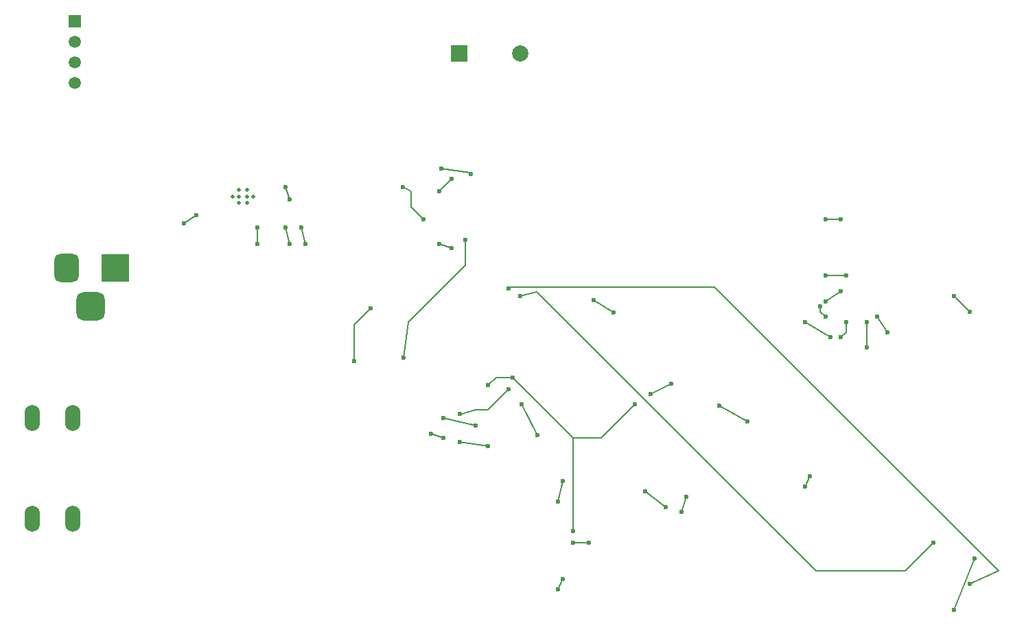
<source format=gbr>
%TF.GenerationSoftware,KiCad,Pcbnew,9.0.0*%
%TF.CreationDate,2025-04-03T13:22:32+05:30*%
%TF.ProjectId,Air Quality Monitor,41697220-5175-4616-9c69-7479204d6f6e,rev?*%
%TF.SameCoordinates,Original*%
%TF.FileFunction,Copper,L2,Bot*%
%TF.FilePolarity,Positive*%
%FSLAX46Y46*%
G04 Gerber Fmt 4.6, Leading zero omitted, Abs format (unit mm)*
G04 Created by KiCad (PCBNEW 9.0.0) date 2025-04-03 13:22:32*
%MOMM*%
%LPD*%
G01*
G04 APERTURE LIST*
G04 Aperture macros list*
%AMRoundRect*
0 Rectangle with rounded corners*
0 $1 Rounding radius*
0 $2 $3 $4 $5 $6 $7 $8 $9 X,Y pos of 4 corners*
0 Add a 4 corners polygon primitive as box body*
4,1,4,$2,$3,$4,$5,$6,$7,$8,$9,$2,$3,0*
0 Add four circle primitives for the rounded corners*
1,1,$1+$1,$2,$3*
1,1,$1+$1,$4,$5*
1,1,$1+$1,$6,$7*
1,1,$1+$1,$8,$9*
0 Add four rect primitives between the rounded corners*
20,1,$1+$1,$2,$3,$4,$5,0*
20,1,$1+$1,$4,$5,$6,$7,0*
20,1,$1+$1,$6,$7,$8,$9,0*
20,1,$1+$1,$8,$9,$2,$3,0*%
G04 Aperture macros list end*
%TA.AperFunction,Conductor*%
%ADD10C,0.200000*%
%TD*%
%TA.AperFunction,ComponentPad*%
%ADD11O,1.900000X3.200000*%
%TD*%
%TA.AperFunction,ComponentPad*%
%ADD12C,0.500000*%
%TD*%
%TA.AperFunction,ComponentPad*%
%ADD13R,1.500000X1.500000*%
%TD*%
%TA.AperFunction,ComponentPad*%
%ADD14C,1.500000*%
%TD*%
%TA.AperFunction,ComponentPad*%
%ADD15R,2.000000X2.000000*%
%TD*%
%TA.AperFunction,ComponentPad*%
%ADD16C,2.000000*%
%TD*%
%TA.AperFunction,ComponentPad*%
%ADD17R,3.500000X3.500000*%
%TD*%
%TA.AperFunction,ComponentPad*%
%ADD18RoundRect,0.750000X-0.750000X-1.000000X0.750000X-1.000000X0.750000X1.000000X-0.750000X1.000000X0*%
%TD*%
%TA.AperFunction,ComponentPad*%
%ADD19RoundRect,0.875000X-0.875000X-0.875000X0.875000X-0.875000X0.875000X0.875000X-0.875000X0.875000X0*%
%TD*%
%TA.AperFunction,ViaPad*%
%ADD20C,0.600000*%
%TD*%
G04 APERTURE END LIST*
D10*
%TO.N,+3.3V*%
X200025000Y-126365000D02*
X197485000Y-132715000D01*
%TO.N,/10*%
X136500000Y-112000000D02*
X140000000Y-112500000D01*
%TO.N,/12*%
X179705000Y-116205000D02*
X179070000Y-117475000D01*
%TO.N,GND*%
X104000000Y-84000000D02*
X102500000Y-85000000D01*
%TO.N,/38*%
X199390000Y-129540000D02*
X203000000Y-127932900D01*
%TO.N,GND*%
X137160000Y-88265000D02*
X137160000Y-86995000D01*
X183515000Y-93345000D02*
X181610000Y-94615000D01*
X197485000Y-93980000D02*
X199390000Y-95885000D01*
%TO.N,+3.3V*%
X179070000Y-97155000D02*
X182245000Y-99060000D01*
%TO.N,/10*%
X133000000Y-111000000D02*
X134500000Y-111500000D01*
%TO.N,/36*%
X134000000Y-87500000D02*
X135500000Y-88000000D01*
%TO.N,/12*%
X186690000Y-97155000D02*
X186690000Y-100330000D01*
%TO.N,GND*%
X144145000Y-107315000D02*
X146050000Y-111125000D01*
X137750000Y-78750000D02*
X134250000Y-78250000D01*
%TO.N,/37*%
X144000000Y-94000000D02*
X146000000Y-93500000D01*
%TO.N,/33*%
X168500000Y-107500000D02*
X172000000Y-109500000D01*
%TO.N,/19*%
X138500000Y-108000000D02*
X136500000Y-108600000D01*
%TO.N,/13*%
X148590000Y-130175000D02*
X149225000Y-128905000D01*
%TO.N,/4*%
X115500000Y-82000000D02*
X115000000Y-80500000D01*
%TO.N,+3.3V*%
X150495000Y-124460000D02*
X152400000Y-124460000D01*
%TO.N,/11*%
X163830000Y-120650000D02*
X164465000Y-118745000D01*
%TO.N,/6*%
X111500000Y-85500000D02*
X111500000Y-87500000D01*
%TO.N,GND*%
X129540000Y-101600000D02*
X130175000Y-97155000D01*
%TO.N,/5*%
X115000000Y-85500000D02*
X115500000Y-87500000D01*
%TO.N,/34*%
X181610000Y-91440000D02*
X184150000Y-91440000D01*
%TO.N,/LED*%
X155500000Y-96000000D02*
X153000000Y-94500000D01*
%TO.N,/35*%
X181610000Y-84455000D02*
X183515000Y-84455000D01*
%TO.N,/11*%
X189230000Y-98425000D02*
X187960000Y-96520000D01*
%TO.N,+3.3V*%
X160020000Y-106045000D02*
X162560000Y-104775000D01*
%TO.N,/11*%
X134500000Y-109000000D02*
X138500000Y-110000000D01*
%TO.N,/4*%
X117500000Y-87500000D02*
X117000000Y-85500000D01*
%TO.N,GND*%
X149225000Y-116840000D02*
X148590000Y-119380000D01*
%TO.N,/36*%
X129500000Y-80500000D02*
X130500000Y-81000000D01*
%TO.N,/11*%
X159385000Y-118110000D02*
X161925000Y-120015000D01*
%TD*%
D11*
%TO.P,SW1,1,1*%
%TO.N,GND*%
X83750000Y-121500000D03*
X83750000Y-109000000D03*
%TO.P,SW1,2,2*%
%TO.N,/19*%
X88750000Y-121500000D03*
X88750000Y-109000000D03*
%TD*%
D12*
%TO.P,U7,21,GND*%
%TO.N,GND*%
X109225000Y-82425000D03*
X110275000Y-82425000D03*
X108475000Y-81650000D03*
X109225000Y-81650000D03*
X110275000Y-81650000D03*
X111025000Y-81650000D03*
X109225000Y-80875000D03*
X110275000Y-80875000D03*
%TD*%
D13*
%TO.P,U10,1,VDD*%
%TO.N,+3.3V*%
X89000000Y-60000000D03*
D14*
%TO.P,U10,2,DATA*%
%TO.N,/36*%
X89000000Y-62540000D03*
%TO.P,U10,3,NC*%
%TO.N,unconnected-(U10-NC-Pad3)*%
X89000000Y-65080000D03*
%TO.P,U10,4,GND*%
%TO.N,GND*%
X89000000Y-67620000D03*
%TD*%
D15*
%TO.P,BZ1,1,+*%
%TO.N,+3.3V*%
X136400000Y-64000000D03*
D16*
%TO.P,BZ1,2,-*%
%TO.N,/18*%
X144000000Y-64000000D03*
%TD*%
D17*
%TO.P,J3,1*%
%TO.N,+12V*%
X94000000Y-90500000D03*
D18*
%TO.P,J3,2*%
%TO.N,GND*%
X88000000Y-90500000D03*
D19*
%TO.P,J3,3*%
%TO.N,N/C*%
X91000000Y-95200000D03*
%TD*%
D20*
%TO.N,+3.3V*%
X197485000Y-132715000D03*
X200025000Y-126365000D03*
X158115000Y-107315000D03*
X162560000Y-104775000D03*
X143000000Y-104000000D03*
X160020000Y-106045000D03*
X140000000Y-105000000D03*
X150500000Y-123000000D03*
X152400000Y-124460000D03*
X182245000Y-99060000D03*
X179070000Y-97155000D03*
X150495000Y-124460000D03*
%TO.N,/LED*%
X155500000Y-96000000D03*
X153000000Y-94500000D03*
%TO.N,/38*%
X199390000Y-129540000D03*
X142500000Y-93000000D03*
%TO.N,GND*%
X129540000Y-101600000D03*
X144145000Y-107315000D03*
X183515000Y-93345000D03*
X148590000Y-119380000D03*
X184150000Y-97155000D03*
X149225000Y-116840000D03*
X146050000Y-111125000D03*
X104000000Y-84000000D03*
X137160000Y-86995000D03*
X197485000Y-93980000D03*
X137890781Y-78890781D03*
X102500000Y-85000000D03*
X181610000Y-96520000D03*
X181610000Y-94615000D03*
X134250000Y-78250000D03*
X199390000Y-95885000D03*
X180975000Y-95250000D03*
X183515000Y-99060000D03*
%TO.N,/37*%
X194945000Y-124460000D03*
X144000000Y-94000000D03*
%TO.N,/33*%
X172000000Y-109500000D03*
X168500000Y-107500000D03*
%TO.N,/12*%
X179070000Y-117475000D03*
X186690000Y-100330000D03*
X179705000Y-116205000D03*
X186690000Y-97155000D03*
%TO.N,/11*%
X189230000Y-98425000D03*
X163830000Y-120650000D03*
X134500000Y-109000000D03*
X159385000Y-118110000D03*
X138500000Y-110000000D03*
X187960000Y-96520000D03*
X164465000Y-118745000D03*
X161925000Y-120015000D03*
%TO.N,/19*%
X136500000Y-108500000D03*
X142500000Y-105500000D03*
%TO.N,/4*%
X117500000Y-87500000D03*
X117000000Y-85500000D03*
X115000000Y-80500000D03*
X115500000Y-82000000D03*
%TO.N,/10*%
X136500000Y-112000000D03*
X134500000Y-111500000D03*
X133000000Y-111000000D03*
X140000000Y-112500000D03*
%TO.N,/13*%
X149225000Y-128905000D03*
X148590000Y-130175000D03*
%TO.N,/36*%
X135500000Y-88000000D03*
X132000000Y-84500000D03*
X129500000Y-80500000D03*
X134000000Y-87500000D03*
%TO.N,/34*%
X181610000Y-91440000D03*
X184150000Y-91440000D03*
%TO.N,/6*%
X111500000Y-87500000D03*
X111500000Y-85500000D03*
%TO.N,/35*%
X183515000Y-84455000D03*
X181610000Y-84455000D03*
%TO.N,/5*%
X115000000Y-85500000D03*
X115500000Y-87500000D03*
%TO.N,+5V*%
X135500000Y-79500000D03*
X125500000Y-95500000D03*
X134000000Y-81000000D03*
X123500000Y-102000000D03*
%TD*%
D10*
%TO.N,+3.3V*%
X150500000Y-111500000D02*
X150500000Y-123000000D01*
X140000000Y-105000000D02*
X141000000Y-104000000D01*
X150500000Y-111500000D02*
X153930000Y-111500000D01*
X143000000Y-104000000D02*
X150500000Y-111500000D01*
X141000000Y-104000000D02*
X143000000Y-104000000D01*
X153930000Y-111500000D02*
X158115000Y-107315000D01*
%TO.N,/38*%
X142601000Y-92899000D02*
X167966100Y-92899000D01*
X142500000Y-93000000D02*
X142601000Y-92899000D01*
X167966100Y-92899000D02*
X203000000Y-127932900D01*
%TO.N,GND*%
X137160000Y-90170000D02*
X137160000Y-88265000D01*
X184150000Y-98425000D02*
X183515000Y-99060000D01*
X180975000Y-95885000D02*
X181610000Y-96520000D01*
X180975000Y-95250000D02*
X180975000Y-95885000D01*
X130175000Y-97155000D02*
X137160000Y-90170000D01*
X184150000Y-97155000D02*
X184150000Y-98425000D01*
%TO.N,/37*%
X180000000Y-127500000D02*
X180457518Y-127957518D01*
X146000000Y-93500000D02*
X180000000Y-127500000D01*
X180457518Y-127957518D02*
X191447482Y-127957518D01*
X191447482Y-127957518D02*
X194945000Y-124460000D01*
%TO.N,/19*%
X138500000Y-108000000D02*
X140000000Y-108000000D01*
X140000000Y-108000000D02*
X142500000Y-105500000D01*
%TO.N,/36*%
X132000000Y-84500000D02*
X130500000Y-83000000D01*
X130500000Y-83000000D02*
X130500000Y-81000000D01*
%TO.N,+5V*%
X123500000Y-97500000D02*
X123500000Y-102000000D01*
X125500000Y-95500000D02*
X123500000Y-97500000D01*
X134000000Y-81000000D02*
X135500000Y-79500000D01*
%TD*%
M02*

</source>
